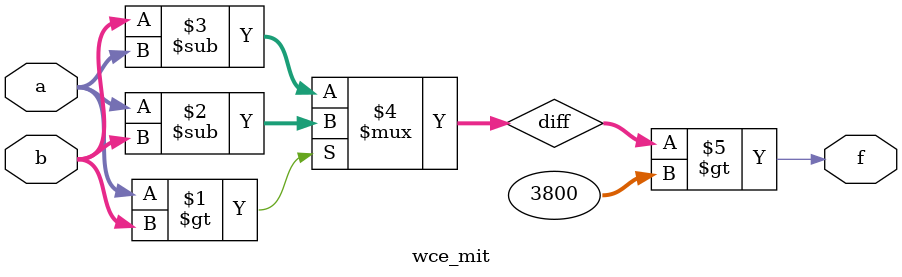
<source format=v>
module wce_mit(a, b, f);
parameter _bit = 33;
parameter wce = 3800;
input [_bit - 1: 0] a;
input [_bit - 1: 0] b;
output f;
wire [_bit - 1: 0] diff;
assign diff = (a > b)? (a - b): (b - a);
assign f = (diff > wce);
endmodule

</source>
